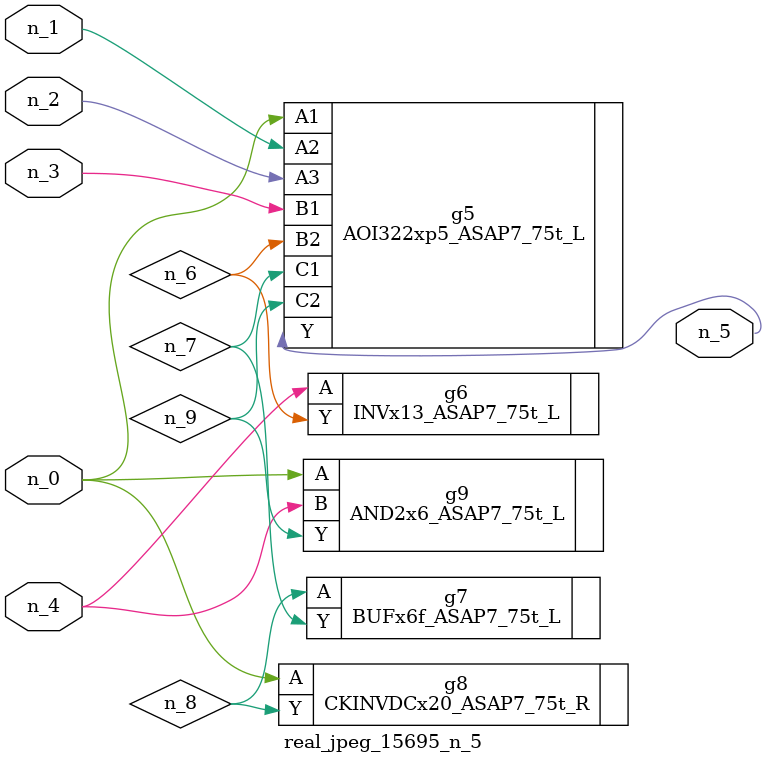
<source format=v>
module real_jpeg_15695_n_5 (n_4, n_0, n_1, n_2, n_3, n_5);

input n_4;
input n_0;
input n_1;
input n_2;
input n_3;

output n_5;

wire n_8;
wire n_6;
wire n_7;
wire n_9;

AOI322xp5_ASAP7_75t_L g5 ( 
.A1(n_0),
.A2(n_1),
.A3(n_2),
.B1(n_3),
.B2(n_6),
.C1(n_7),
.C2(n_9),
.Y(n_5)
);

CKINVDCx20_ASAP7_75t_R g8 ( 
.A(n_0),
.Y(n_8)
);

AND2x6_ASAP7_75t_L g9 ( 
.A(n_0),
.B(n_4),
.Y(n_9)
);

INVx13_ASAP7_75t_L g6 ( 
.A(n_4),
.Y(n_6)
);

BUFx6f_ASAP7_75t_L g7 ( 
.A(n_8),
.Y(n_7)
);


endmodule
</source>
